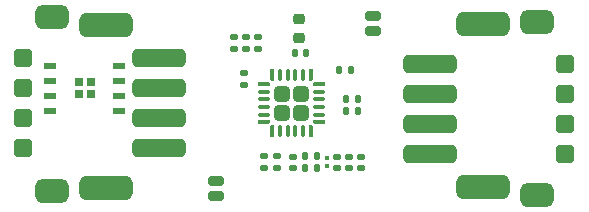
<source format=gbr>
%TF.GenerationSoftware,KiCad,Pcbnew,8.0.6*%
%TF.CreationDate,2024-11-25T22:11:24+01:00*%
%TF.ProjectId,nard_sam,6e617264-5f73-4616-9d2e-6b696361645f,rev?*%
%TF.SameCoordinates,Original*%
%TF.FileFunction,Paste,Top*%
%TF.FilePolarity,Positive*%
%FSLAX46Y46*%
G04 Gerber Fmt 4.6, Leading zero omitted, Abs format (unit mm)*
G04 Created by KiCad (PCBNEW 8.0.6) date 2024-11-25 22:11:24*
%MOMM*%
%LPD*%
G01*
G04 APERTURE LIST*
G04 Aperture macros list*
%AMRoundRect*
0 Rectangle with rounded corners*
0 $1 Rounding radius*
0 $2 $3 $4 $5 $6 $7 $8 $9 X,Y pos of 4 corners*
0 Add a 4 corners polygon primitive as box body*
4,1,4,$2,$3,$4,$5,$6,$7,$8,$9,$2,$3,0*
0 Add four circle primitives for the rounded corners*
1,1,$1+$1,$2,$3*
1,1,$1+$1,$4,$5*
1,1,$1+$1,$6,$7*
1,1,$1+$1,$8,$9*
0 Add four rect primitives between the rounded corners*
20,1,$1+$1,$2,$3,$4,$5,0*
20,1,$1+$1,$4,$5,$6,$7,0*
20,1,$1+$1,$6,$7,$8,$9,0*
20,1,$1+$1,$8,$9,$2,$3,0*%
%AMFreePoly0*
4,1,19,0.379643,0.132453,0.384467,0.128033,0.490533,0.021967,0.512215,-0.024529,0.512500,-0.031066,0.512500,-0.075000,0.494953,-0.123209,0.450524,-0.148861,0.437500,-0.150000,-0.437500,-0.150000,-0.485709,-0.132453,-0.511361,-0.088024,-0.512500,-0.075000,-0.512500,0.075000,-0.494953,0.123209,-0.450524,0.148861,-0.437500,0.150000,0.331434,0.150000,0.379643,0.132453,0.379643,0.132453,
$1*%
%AMFreePoly1*
4,1,19,0.485709,0.132453,0.511361,0.088024,0.512500,0.075000,0.512500,0.031066,0.494953,-0.017143,0.490533,-0.021967,0.384467,-0.128033,0.337971,-0.149715,0.331434,-0.150000,-0.437500,-0.150000,-0.485709,-0.132453,-0.511361,-0.088024,-0.512500,-0.075000,-0.512500,0.075000,-0.494953,0.123209,-0.450524,0.148861,-0.437500,0.150000,0.437500,0.150000,0.485709,0.132453,0.485709,0.132453,
$1*%
%AMFreePoly2*
4,1,19,0.123209,0.494953,0.148861,0.450524,0.150000,0.437500,0.150000,-0.437500,0.132453,-0.485709,0.088024,-0.511361,0.075000,-0.512500,-0.075000,-0.512500,-0.123209,-0.494953,-0.148861,-0.450524,-0.150000,-0.437500,-0.150000,0.331434,-0.132453,0.379643,-0.128033,0.384467,-0.021967,0.490533,0.024529,0.512215,0.031066,0.512500,0.075000,0.512500,0.123209,0.494953,0.123209,0.494953,
$1*%
%AMFreePoly3*
4,1,19,0.017143,0.494953,0.021967,0.490533,0.128033,0.384467,0.149715,0.337971,0.150000,0.331434,0.150000,-0.437500,0.132453,-0.485709,0.088024,-0.511361,0.075000,-0.512500,-0.075000,-0.512500,-0.123209,-0.494953,-0.148861,-0.450524,-0.150000,-0.437500,-0.150000,0.437500,-0.132453,0.485709,-0.088024,0.511361,-0.075000,0.512500,-0.031066,0.512500,0.017143,0.494953,0.017143,0.494953,
$1*%
%AMFreePoly4*
4,1,19,0.485709,0.132453,0.511361,0.088024,0.512500,0.075000,0.512500,-0.075000,0.494953,-0.123209,0.450524,-0.148861,0.437500,-0.150000,-0.331434,-0.150000,-0.379643,-0.132453,-0.384467,-0.128033,-0.490533,-0.021967,-0.512215,0.024529,-0.512500,0.031066,-0.512500,0.075000,-0.494953,0.123209,-0.450524,0.148861,-0.437500,0.150000,0.437500,0.150000,0.485709,0.132453,0.485709,0.132453,
$1*%
%AMFreePoly5*
4,1,19,0.485709,0.132453,0.511361,0.088024,0.512500,0.075000,0.512500,-0.075000,0.494953,-0.123209,0.450524,-0.148861,0.437500,-0.150000,-0.437500,-0.150000,-0.485709,-0.132453,-0.511361,-0.088024,-0.512500,-0.075000,-0.512500,-0.031066,-0.494953,0.017143,-0.490533,0.021967,-0.384467,0.128033,-0.337971,0.149715,-0.331434,0.150000,0.437500,0.150000,0.485709,0.132453,0.485709,0.132453,
$1*%
%AMFreePoly6*
4,1,19,0.123209,0.494953,0.148861,0.450524,0.150000,0.437500,0.150000,-0.331434,0.132453,-0.379643,0.128033,-0.384467,0.021967,-0.490533,-0.024529,-0.512215,-0.031066,-0.512500,-0.075000,-0.512500,-0.123209,-0.494953,-0.148861,-0.450524,-0.150000,-0.437500,-0.150000,0.437500,-0.132453,0.485709,-0.088024,0.511361,-0.075000,0.512500,0.075000,0.512500,0.123209,0.494953,0.123209,0.494953,
$1*%
%AMFreePoly7*
4,1,19,0.123209,0.494953,0.148861,0.450524,0.150000,0.437500,0.150000,-0.437500,0.132453,-0.485709,0.088024,-0.511361,0.075000,-0.512500,0.031066,-0.512500,-0.017143,-0.494953,-0.021967,-0.490533,-0.128033,-0.384467,-0.149715,-0.337971,-0.150000,-0.331434,-0.150000,0.437500,-0.132453,0.485709,-0.088024,0.511361,-0.075000,0.512500,0.075000,0.512500,0.123209,0.494953,0.123209,0.494953,
$1*%
G04 Aperture macros list end*
%ADD10RoundRect,0.140000X-0.140000X-0.170000X0.140000X-0.170000X0.140000X0.170000X-0.140000X0.170000X0*%
%ADD11RoundRect,0.140000X0.170000X-0.140000X0.170000X0.140000X-0.170000X0.140000X-0.170000X-0.140000X0*%
%ADD12RoundRect,0.249999X-0.395001X0.395001X-0.395001X-0.395001X0.395001X-0.395001X0.395001X0.395001X0*%
%ADD13FreePoly0,270.000000*%
%ADD14RoundRect,0.075000X-0.075000X0.437500X-0.075000X-0.437500X0.075000X-0.437500X0.075000X0.437500X0*%
%ADD15FreePoly1,270.000000*%
%ADD16FreePoly2,270.000000*%
%ADD17RoundRect,0.075000X-0.437500X0.075000X-0.437500X-0.075000X0.437500X-0.075000X0.437500X0.075000X0*%
%ADD18FreePoly3,270.000000*%
%ADD19FreePoly4,270.000000*%
%ADD20FreePoly5,270.000000*%
%ADD21FreePoly6,270.000000*%
%ADD22FreePoly7,270.000000*%
%ADD23RoundRect,0.079500X-0.100500X0.079500X-0.100500X-0.079500X0.100500X-0.079500X0.100500X0.079500X0*%
%ADD24RoundRect,0.218750X-0.256250X0.218750X-0.256250X-0.218750X0.256250X-0.218750X0.256250X0.218750X0*%
%ADD25RoundRect,0.140000X-0.170000X0.140000X-0.170000X-0.140000X0.170000X-0.140000X0.170000X0.140000X0*%
%ADD26RoundRect,0.400000X-1.850000X-0.400000X1.850000X-0.400000X1.850000X0.400000X-1.850000X0.400000X0*%
%ADD27RoundRect,0.400000X-0.400000X-0.400000X0.400000X-0.400000X0.400000X0.400000X-0.400000X0.400000X0*%
%ADD28RoundRect,0.200000X-0.450000X-0.200000X0.450000X-0.200000X0.450000X0.200000X-0.450000X0.200000X0*%
%ADD29RoundRect,0.500000X-0.900000X-0.500000X0.900000X-0.500000X0.900000X0.500000X-0.900000X0.500000X0*%
%ADD30RoundRect,0.500000X-1.750000X-0.500000X1.750000X-0.500000X1.750000X0.500000X-1.750000X0.500000X0*%
%ADD31RoundRect,0.135000X0.185000X-0.135000X0.185000X0.135000X-0.185000X0.135000X-0.185000X-0.135000X0*%
%ADD32RoundRect,0.135000X0.135000X0.185000X-0.135000X0.185000X-0.135000X-0.185000X0.135000X-0.185000X0*%
%ADD33RoundRect,0.400000X1.850000X0.400000X-1.850000X0.400000X-1.850000X-0.400000X1.850000X-0.400000X0*%
%ADD34RoundRect,0.400000X0.400000X0.400000X-0.400000X0.400000X-0.400000X-0.400000X0.400000X-0.400000X0*%
%ADD35RoundRect,0.200000X0.450000X0.200000X-0.450000X0.200000X-0.450000X-0.200000X0.450000X-0.200000X0*%
%ADD36RoundRect,0.500000X0.900000X0.500000X-0.900000X0.500000X-0.900000X-0.500000X0.900000X-0.500000X0*%
%ADD37RoundRect,0.500000X1.750000X0.500000X-1.750000X0.500000X-1.750000X-0.500000X1.750000X-0.500000X0*%
%ADD38R,0.800000X0.800000*%
%ADD39R,1.100000X0.500000*%
%ADD40RoundRect,0.135000X-0.185000X0.135000X-0.185000X-0.135000X0.185000X-0.135000X0.185000X0.135000X0*%
%ADD41RoundRect,0.135000X-0.135000X-0.185000X0.135000X-0.185000X0.135000X0.185000X-0.135000X0.185000X0*%
G04 APERTURE END LIST*
D10*
%TO.C,C1*%
X103406000Y-65565000D03*
X104366000Y-65565000D03*
%TD*%
D11*
%TO.C,C4*%
X99250000Y-65227000D03*
X99250000Y-64267000D03*
%TD*%
D12*
%TO.C,U1*%
X103924000Y-69047000D03*
X102324000Y-69047000D03*
X103924000Y-70647000D03*
X102324000Y-70647000D03*
D13*
X104749000Y-67484500D03*
D14*
X104099000Y-67484500D03*
X103449000Y-67484500D03*
X102799000Y-67484500D03*
X102149000Y-67484500D03*
D15*
X101499000Y-67484500D03*
D16*
X100761500Y-68222000D03*
D17*
X100761500Y-68872000D03*
X100761500Y-69522000D03*
X100761500Y-70172000D03*
X100761500Y-70822000D03*
D18*
X100761500Y-71472000D03*
D19*
X101499000Y-72209500D03*
D14*
X102149000Y-72209500D03*
X102799000Y-72209500D03*
X103449000Y-72209500D03*
X104099000Y-72209500D03*
D20*
X104749000Y-72209500D03*
D21*
X105486500Y-71472000D03*
D17*
X105486500Y-70822000D03*
X105486500Y-70172000D03*
X105486500Y-69522000D03*
X105486500Y-68872000D03*
D22*
X105486500Y-68222000D03*
%TD*%
D23*
%TO.C,D1*%
X106121200Y-74506000D03*
X106121200Y-75196000D03*
%TD*%
D24*
%TO.C,L1*%
X103759000Y-62745500D03*
X103759000Y-64320500D03*
%TD*%
D25*
%TO.C,C8*%
X107000000Y-74371000D03*
X107000000Y-75331000D03*
%TD*%
D10*
%TO.C,C2*%
X107749400Y-70497000D03*
X108709400Y-70497000D03*
%TD*%
D26*
%TO.C,J1*%
X91928000Y-65993000D03*
X91928000Y-68533000D03*
X91928000Y-71073000D03*
X91928000Y-73613000D03*
D27*
X80425000Y-65997000D03*
X80425000Y-68537000D03*
X80425000Y-71077000D03*
X80425000Y-73617000D03*
D28*
X96754000Y-76407000D03*
X96754000Y-77677000D03*
D29*
X82825000Y-62547000D03*
X82825000Y-77247000D03*
D30*
X87404000Y-63217000D03*
X87404000Y-77067000D03*
%TD*%
D25*
%TO.C,C3*%
X103250000Y-74371000D03*
X103250000Y-75331000D03*
%TD*%
D31*
%TO.C,R2*%
X101850000Y-75361000D03*
X101850000Y-74341000D03*
%TD*%
D11*
%TO.C,C6*%
X98250000Y-65227000D03*
X98250000Y-64267000D03*
%TD*%
D32*
%TO.C,R6*%
X105260000Y-74351000D03*
X104240000Y-74351000D03*
%TD*%
D33*
%TO.C,J2*%
X114808000Y-74186000D03*
X114808000Y-71646000D03*
X114808000Y-69106000D03*
X114808000Y-66566000D03*
D34*
X126311000Y-74182000D03*
X126311000Y-71642000D03*
X126311000Y-69102000D03*
X126311000Y-66562000D03*
D35*
X109982000Y-63772000D03*
X109982000Y-62502000D03*
D36*
X123911000Y-77632000D03*
X123911000Y-62932000D03*
D37*
X119332000Y-76962000D03*
X119332000Y-63112000D03*
%TD*%
D38*
%TO.C,U3*%
X85100000Y-68095000D03*
X85100000Y-69095000D03*
X86100000Y-68095000D03*
X86100000Y-69095000D03*
D39*
X82700000Y-66690000D03*
X82700000Y-67960000D03*
X82700000Y-69230000D03*
X82700000Y-70500000D03*
X88500000Y-70500000D03*
X88500000Y-69230000D03*
X88500000Y-67960000D03*
X88500000Y-66690000D03*
%TD*%
D32*
%TO.C,R7*%
X105260000Y-75351000D03*
X104240000Y-75351000D03*
%TD*%
D11*
%TO.C,C9*%
X100250000Y-65227000D03*
X100250000Y-64267000D03*
%TD*%
D25*
%TO.C,C5*%
X108000000Y-74371000D03*
X108000000Y-75331000D03*
%TD*%
%TO.C,C7*%
X109000000Y-74371000D03*
X109000000Y-75331000D03*
%TD*%
D40*
%TO.C,R4*%
X99060000Y-67308000D03*
X99060000Y-68328000D03*
%TD*%
D32*
%TO.C,R3*%
X108770000Y-69497000D03*
X107750000Y-69497000D03*
%TD*%
D41*
%TO.C,R5*%
X107165000Y-67050000D03*
X108185000Y-67050000D03*
%TD*%
D31*
%TO.C,R1*%
X100750000Y-75361000D03*
X100750000Y-74341000D03*
%TD*%
M02*

</source>
